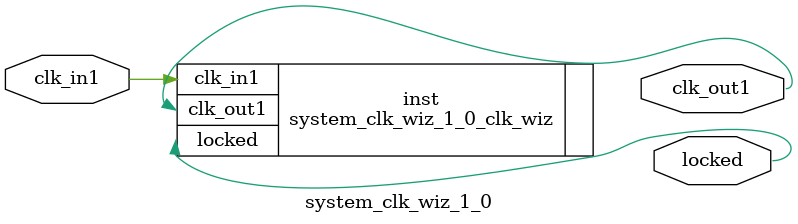
<source format=v>


`timescale 1ps/1ps

(* CORE_GENERATION_INFO = "system_clk_wiz_1_0,clk_wiz_v6_0_5_0_0,{component_name=system_clk_wiz_1_0,use_phase_alignment=true,use_min_o_jitter=false,use_max_i_jitter=false,use_dyn_phase_shift=false,use_inclk_switchover=false,use_dyn_reconfig=false,enable_axi=0,feedback_source=FDBK_AUTO,PRIMITIVE=MMCM,num_out_clk=1,clkin1_period=10.000,clkin2_period=10.000,use_power_down=false,use_reset=false,use_locked=true,use_inclk_stopped=false,feedback_type=SINGLE,CLOCK_MGR_TYPE=NA,manual_override=false}" *)

module system_clk_wiz_1_0 
 (
  // Clock out ports
  output        clk_out1,
  // Status and control signals
  output        locked,
 // Clock in ports
  input         clk_in1
 );

  system_clk_wiz_1_0_clk_wiz inst
  (
  // Clock out ports  
  .clk_out1(clk_out1),
  // Status and control signals               
  .locked(locked),
 // Clock in ports
  .clk_in1(clk_in1)
  );

endmodule

</source>
